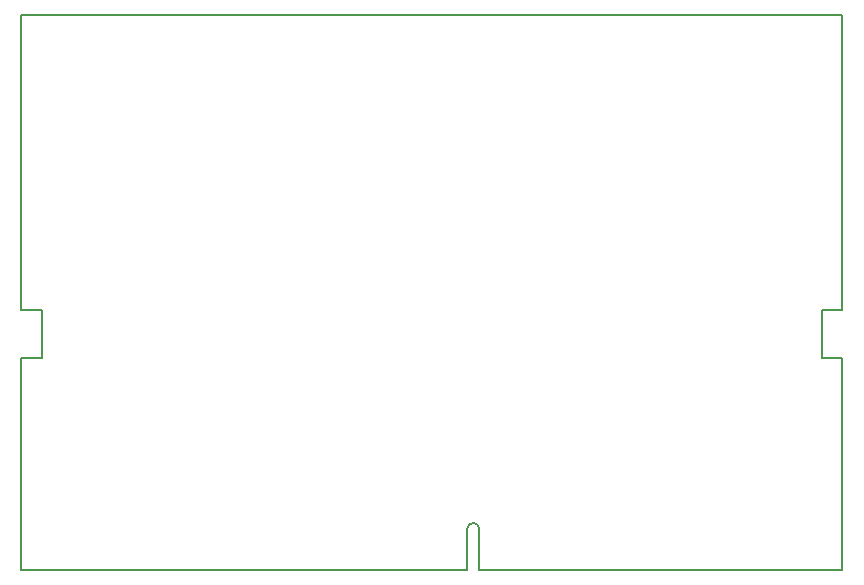
<source format=gko>
G04 Layer: BoardOutlineLayer*
G04 EasyEDA v6.5.22, 2022-12-22 19:37:34*
G04 67d28de8ea5d46aa8ff263e619622a75,b137401b17fb4d15a04862e99c0880a0,10*
G04 Gerber Generator version 0.2*
G04 Scale: 100 percent, Rotated: No, Reflected: No *
G04 Dimensions in millimeters *
G04 leading zeros omitted , absolute positions ,4 integer and 5 decimal *
%FSLAX45Y45*%
%MOMM*%

%ADD10C,0.1500*%
D10*
X400050Y-2050034D02*
G01*
X400050Y-2400045D01*
X3474974Y-2400045D01*
X3474974Y-599947D01*
X3299968Y-599947D01*
X3299968Y-199897D01*
X3474974Y-199897D01*
X3474974Y2299970D01*
X-3474991Y2299995D01*
X-3474991Y-199999D01*
X-3299968Y-199897D01*
X-3299968Y-599947D01*
X-3474991Y-599998D01*
X-3474973Y-2400045D01*
X299973Y-2400045D01*
X299973Y-2050034D01*
G75*
G01*
X399999Y-2049996D02*
G03*
X299999Y-2049996I-50000J0D01*

%LPD*%
M02*

</source>
